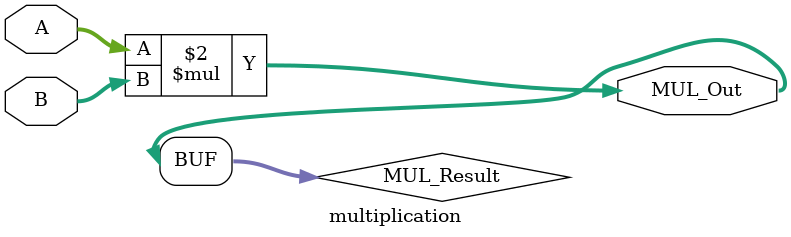
<source format=v>

module multiplication(
           input [7:0] A,B,  // 8-bit Inputs
           output [7:0] MUL_Out // 8-bit Output
    );
    reg [7:0] MUL_Result;
    assign MUL_Out = MUL_Result; // PRODUCT
    always @(*)
    begin
        MUL_Result = A * B ;
    end
endmodule 
</source>
